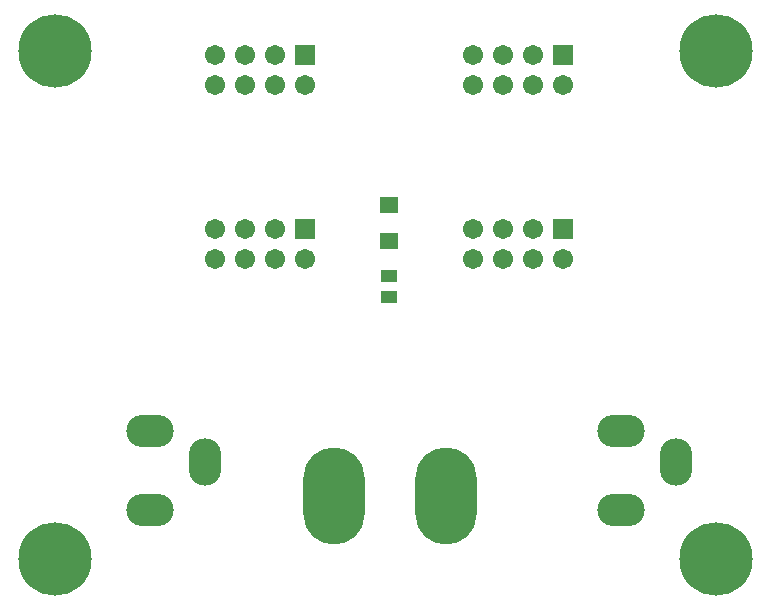
<source format=gts>
G04 Layer_Color=8388736*
%FSLAX25Y25*%
%MOIN*%
G70*
G01*
G75*
%ADD25R,0.05524X0.03950*%
%ADD26R,0.06312X0.05524*%
%ADD27O,0.10800X0.15800*%
%ADD28O,0.15800X0.10800*%
%ADD29R,0.06706X0.06706*%
%ADD30C,0.06706*%
%ADD31C,0.24422*%
%ADD32O,0.20485X0.32296*%
D25*
X138000Y142457D02*
D03*
Y149543D02*
D03*
D26*
Y172906D02*
D03*
Y161094D02*
D03*
D27*
X76800Y87300D02*
D03*
X233800D02*
D03*
D28*
X58300Y71300D02*
D03*
Y97600D02*
D03*
X215300Y71300D02*
D03*
Y97600D02*
D03*
D29*
X110000Y165000D02*
D03*
X196000Y223000D02*
D03*
X110000D02*
D03*
X196000Y165000D02*
D03*
D30*
X110000Y155000D02*
D03*
X100000Y165000D02*
D03*
Y155000D02*
D03*
X90000Y165000D02*
D03*
Y155000D02*
D03*
X80000Y165000D02*
D03*
Y155000D02*
D03*
X196000Y213000D02*
D03*
X186000Y223000D02*
D03*
Y213000D02*
D03*
X176000Y223000D02*
D03*
Y213000D02*
D03*
X166000Y223000D02*
D03*
Y213000D02*
D03*
X110000D02*
D03*
X100000Y223000D02*
D03*
Y213000D02*
D03*
X90000Y223000D02*
D03*
Y213000D02*
D03*
X80000Y223000D02*
D03*
Y213000D02*
D03*
X196000Y155000D02*
D03*
X186000Y165000D02*
D03*
Y155000D02*
D03*
X176000Y165000D02*
D03*
Y155000D02*
D03*
X166000Y165000D02*
D03*
Y155000D02*
D03*
D31*
X247220Y224409D02*
D03*
X26748Y55118D02*
D03*
Y224409D02*
D03*
X247220Y55118D02*
D03*
D32*
X119598Y76000D02*
D03*
X157000D02*
D03*
M02*

</source>
